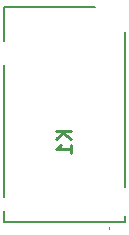
<source format=gbr>
%TF.GenerationSoftware,KiCad,Pcbnew,7.0.9*%
%TF.CreationDate,2024-02-06T23:46:10-08:00*%
%TF.ProjectId,AaronMotorDriver,4161726f-6e4d-46f7-946f-724472697665,rev?*%
%TF.SameCoordinates,Original*%
%TF.FileFunction,Legend,Bot*%
%TF.FilePolarity,Positive*%
%FSLAX46Y46*%
G04 Gerber Fmt 4.6, Leading zero omitted, Abs format (unit mm)*
G04 Created by KiCad (PCBNEW 7.0.9) date 2024-02-06 23:46:10*
%MOMM*%
%LPD*%
G01*
G04 APERTURE LIST*
%ADD10C,0.254000*%
%ADD11C,0.100000*%
%ADD12C,0.200000*%
G04 APERTURE END LIST*
D10*
X118524318Y-93042618D02*
X117254318Y-93042618D01*
X118524318Y-93768333D02*
X117798603Y-93224047D01*
X117254318Y-93768333D02*
X117980032Y-93042618D01*
X118524318Y-94977857D02*
X118524318Y-94252142D01*
X118524318Y-94614999D02*
X117254318Y-94614999D01*
X117254318Y-94614999D02*
X117435746Y-94494047D01*
X117435746Y-94494047D02*
X117556699Y-94373095D01*
X117556699Y-94373095D02*
X117617175Y-94252142D01*
D11*
%TO.C,K1*%
X121750000Y-101360000D02*
X121750000Y-101360000D01*
X121750000Y-101260000D02*
X121750000Y-101260000D01*
D12*
X123050000Y-100760000D02*
X112850000Y-100760000D01*
X112850000Y-100760000D02*
X112850000Y-99860000D01*
X123050000Y-100260000D02*
X123050000Y-100760000D01*
X112850000Y-98660000D02*
X112850000Y-87460000D01*
X123050000Y-97860000D02*
X123050000Y-84660000D01*
X112850000Y-85460000D02*
X112850000Y-82560000D01*
X112850000Y-82560000D02*
X120550000Y-82560000D01*
D11*
X121750000Y-101360000D02*
G75*
G03*
X121750000Y-101260000I0J50000D01*
G01*
X121750000Y-101260000D02*
G75*
G03*
X121750000Y-101360000I0J-50000D01*
G01*
%TD*%
M02*

</source>
